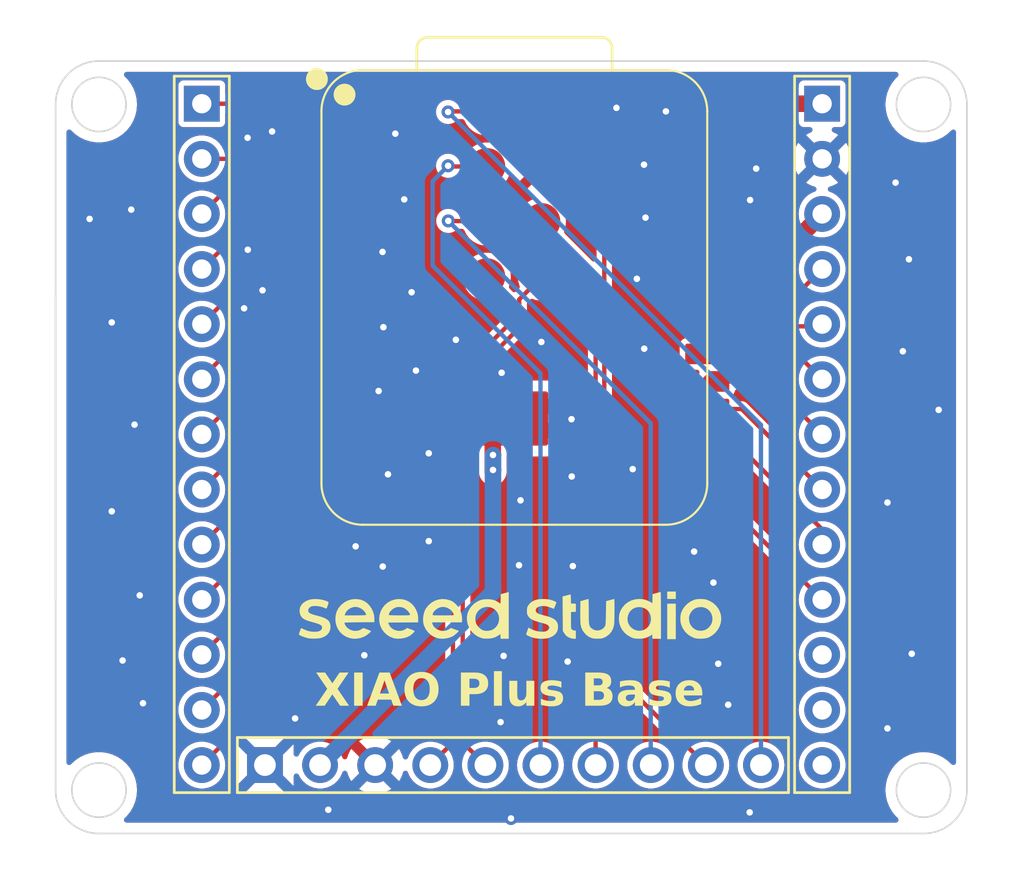
<source format=kicad_pcb>
(kicad_pcb (version 20240108) (generator "pcbnew") (generator_version "8.0")
  (layers (0 "F.Cu" signal) (31 "B.Cu" signal) (34 "B.Paste" user) (35 "F.Paste" user) (36 "B.SilkS" user "B.Silkscreen") (37 "F.SilkS" user "F.Silkscreen") (38 "B.Mask" user) (39 "F.Mask" user) (44 "Edge.Cuts" user))
  (net 0 "")
  (net 1 "/D3{slash}A3")
  (net 2 "/D5{slash}A5{slash}I2C_SCL")
  (net 3 "/MTDI{slash}IO41{slash}PDM_DATA{slash}RX1")
  (net 4 "/D6{slash}TX")
  (net 5 "/D0{slash}A0")
  (net 6 "/MTCK{slash}IO39{slash}CAM_SCL{slash}I2S_SCK")
  (net 7 "/IO38{slash}DVP_VSYNC{slash}I2S_SD")
  (net 8 "/D2{slash}A2")
  (net 9 "/D1{slash}A1")
  (net 10 "/MTDO{slash}IO40{slash}CAM_SDA{slash}I2S_WS")
  (net 11 "/D4{slash}A4{slash}I2C_SDA")
  (net 12 "GND_POWER")
  (net 13 "/D+")
  (net 14 "/EN")
  (net 15 "/MTMS")
  (net 16 "/MTDI")
  (net 17 "/MTCK")
  (net 18 "/MTDO")
  (net 19 "/BAT")
  (net 20 "/D-")
  (net 21 "/D8{slash}A8{slash}SCK")
  (net 22 "/D10{slash}A10{slash}MOSI")
  (net 23 "/D7{slash}RX")
  (net 24 "/MTMS{slash}IO42{slash}PDM_CLK{slash}TX1")
  (net 25 "/IO10{slash}XMCLK{slash}ADC_BAT")
  (net 26 "/VBUS")
  (net 27 "/IO13{slash}DVP_PCLK{slash}SPI_SCK1")
  (net 28 "/IO12{slash}DVP_Y7{slash}SPI_MISO1")
  (net 29 "/D9{slash}A9{slash}MISO")
  (net 30 "/VCC_3V3")
  (net 31 "/IO11{slash}DVP_Y8{slash}SPI_MOSI1")
  (footprint "Connector:H10-2.54" (layer "F.Cu") (at 137.525 134.275 90)
    (property "Reference" "J3")
    (property "Value" "Header 1x10 2.54mm")
    (pad "1" thru_hole rect (at 0 -11.43 90) (size 1.651 1.651) (drill 1) (layers "*.Cu" "*.Mask") (net 12 "GND_POWER"))
    (pad "2" thru_hole circle (at 0 -8.89 90) (size 1.651 1.651) (drill 1) (layers "*.Cu" "*.Mask") (net 19 "/BAT"))
    (pad "3" thru_hole circle (at 0 -6.35 90) (size 1.651 1.651) (drill 1) (layers "*.Cu" "*.Mask") (net 12 "GND_POWER"))
    (pad "4" thru_hole circle (at 0 -3.81 90) (size 1.651 1.651) (drill 1) (layers "*.Cu" "*.Mask") (net 20 "/D-"))
    (pad "5" thru_hole circle (at 0 -1.27 90) (size 1.651 1.651) (drill 1) (layers "*.Cu" "*.Mask") (net 13 "/D+"))
    (pad "6" thru_hole circle (at 0 1.27 90) (size 1.651 1.651) (drill 1) (layers "*.Cu" "*.Mask") (net 14 "/EN"))
    (pad "7" thru_hole circle (at 0 3.81 90) (size 1.651 1.651) (drill 1) (layers "*.Cu" "*.Mask") (net 17 "/MTCK"))
    (pad "8" thru_hole circle (at 0 6.35 90) (size 1.651 1.651) (drill 1) (layers "*.Cu" "*.Mask") (net 15 "/MTMS"))
    (pad "9" thru_hole circle (at 0 8.89 90) (size 1.651 1.651) (drill 1) (layers "*.Cu" "*.Mask") (net 18 "/MTDO"))
    (pad "10" thru_hole circle (at 0 11.43 90) (size 1.651 1.651) (drill 1) (layers "*.Cu" "*.Mask") (net 16 "/MTDI"))
  )
  (footprint "Logo:LOGO-SEEED-NEW-2_1X19.1MM" (layer "F.Cu") (at 137.331681 127.428966)
    (property "Reference" "G***" (hide yes))
    (property "Value" "LOGO" (hide yes))
  )
  (footprint "Seeed_Studio_XIAO_Series:XIAO-ESP32-S3-Plus-SMD" (layer "F.Cu") (at 137.59 112.785 90)
    (property "Reference" "U1")
    (property "Value" "XIAO-ESP32-S3-Plus-SMD")
    (pad "1" smd roundrect (at 7.62 -8.89 180) (size 2.032 0.95) (layers "F.Cu" "F.Paste" "F.Mask") (roundrect_rratio 0.1) (net 5 "/D0{slash}A0"))
    (pad "2" smd roundrect (at 5.08 -8.89 180) (size 2.032 0.95) (layers "F.Cu" "F.Paste" "F.Mask") (roundrect_rratio 0.1) (net 9 "/D1{slash}A1"))
    (pad "3" smd roundrect (at 2.54 -8.89 180) (size 2.032 0.95) (layers "F.Cu" "F.Paste" "F.Mask") (roundrect_rratio 0.1) (net 8 "/D2{slash}A2"))
    (pad "4" smd roundrect (at 0 -8.89 180) (size 2.032 0.95) (layers "F.Cu" "F.Paste" "F.Mask") (roundrect_rratio 0.1) (net 1 "/D3{slash}A3"))
    (pad "5" smd roundrect (at -2.54 -8.89 180) (size 2.032 0.95) (layers "F.Cu" "F.Paste" "F.Mask") (roundrect_rratio 0.1) (net 11 "/D4{slash}A4{slash}I2C_SDA"))
    (pad "6" smd roundrect (at -5.08 -8.89 180) (size 2.032 0.95) (layers "F.Cu" "F.Paste" "F.Mask") (roundrect_rratio 0.1) (net 2 "/D5{slash}A5{slash}I2C_SCL"))
    (pad "7" smd roundrect (at -7.62 -8.89 180) (size 2.032 0.95) (layers "F.Cu" "F.Paste" "F.Mask") (roundrect_rratio 0.1) (net 4 "/D6{slash}TX"))
    (pad "8" smd roundrect (at -7.62 8.89) (size 2.032 0.95) (layers "F.Cu" "F.Paste" "F.Mask") (roundrect_rratio 0.1) (net 23 "/D7{slash}RX"))
    (pad "9" smd roundrect (at -5.08 8.89) (size 2.032 0.95) (layers "F.Cu" "F.Paste" "F.Mask") (roundrect_rratio 0.1) (net 21 "/D8{slash}A8{slash}SCK"))
    (pad "10" smd roundrect (at -2.54 8.89) (size 2.032 0.95) (layers "F.Cu" "F.Paste" "F.Mask") (roundrect_rratio 0.1) (net 29 "/D9{slash}A9{slash}MISO"))
    (pad "11" smd roundrect (at 0 8.89) (size 2.032 0.95) (layers "F.Cu" "F.Paste" "F.Mask") (roundrect_rratio 0.1) (net 22 "/D10{slash}A10{slash}MOSI"))
    (pad "12" smd roundrect (at 2.54 8.89) (size 2.032 0.95) (layers "F.Cu" "F.Paste" "F.Mask") (roundrect_rratio 0.1) (net 30 "/VCC_3V3"))
    (pad "13" smd roundrect (at 5.08 8.89) (size 2.032 0.95) (layers "F.Cu" "F.Paste" "F.Mask") (roundrect_rratio 0.1) (net 12 "GND_POWER"))
    (pad "14" smd roundrect (at 7.62 8.89) (size 2.032 0.95) (layers "F.Cu" "F.Paste" "F.Mask") (roundrect_rratio 0.1) (net 26 "/VBUS"))
    (pad "15" smd roundrect (at 6.35 -9.29 180) (size 1.232 0.95) (layers "F.Cu" "F.Paste" "F.Mask") (roundrect_rratio 0.1) (chamfer_ratio 0.35) (chamfer top_left bottom_left) (net 7 "/IO38{slash}DVP_VSYNC{slash}I2S_SD"))
    (pad "16" smd roundrect (at 3.81 -9.29 180) (size 1.232 0.95) (layers "F.Cu" "F.Paste" "F.Mask") (roundrect_rratio 0.1) (chamfer_ratio 0.35) (chamfer top_left bottom_left) (net 6 "/MTCK{slash}IO39{slash}CAM_SCL{slash}I2S_SCK"))
    (pad "17" smd roundrect (at 1.27 -9.29 180) (size 1.232 0.95) (layers "F.Cu" "F.Paste" "F.Mask") (roundrect_rratio 0.1) (chamfer_ratio 0.35) (chamfer top_left bottom_left) (net 10 "/MTDO{slash}IO40{slash}CAM_SDA{slash}I2S_WS"))
    (pad "18" smd roundrect (at -1.27 -9.29 180) (size 1.232 0.95) (layers "F.Cu" "F.Paste" "F.Mask") (roundrect_rratio 0.1) (chamfer_ratio 0.35) (chamfer top_left bottom_left) (net 3 "/MTDI{slash}IO41{slash}PDM_DATA{slash}RX1"))
    (pad "19" smd roundrect (at -3.81 -9.29 180) (size 1.232 0.95) (layers "F.Cu" "F.Paste" "F.Mask") (roundrect_rratio 0.1) (chamfer_ratio 0.35) (chamfer top_left bottom_left) (net 24 "/MTMS{slash}IO42{slash}PDM_CLK{slash}TX1"))
    (pad "20" smd roundrect (at -6.35 -9.29 180) (size 1.232 0.95) (layers "F.Cu" "F.Paste" "F.Mask") (roundrect_rratio 0.1) (chamfer_ratio 0.35) (chamfer top_left bottom_left) (net 25 "/IO10{slash}XMCLK{slash}ADC_BAT"))
    (pad "21" smd roundrect (at -6.35 9.29) (size 1.232 0.95) (layers "F.Cu" "F.Paste" "F.Mask") (roundrect_rratio 0.1) (chamfer_ratio 0.35) (chamfer top_left bottom_left) (net 31 "/IO11{slash}DVP_Y8{slash}SPI_MOSI1"))
    (pad "22" smd roundrect (at -3.81 9.29) (size 1.232 0.95) (layers "F.Cu" "F.Paste" "F.Mask") (roundrect_rratio 0.1) (chamfer_ratio 0.35) (chamfer top_left bottom_left) (net 28 "/IO12{slash}DVP_Y7{slash}SPI_MISO1"))
    (pad "23" smd roundrect (at -1.27 9.29) (size 1.232 0.95) (layers "F.Cu" "F.Paste" "F.Mask") (roundrect_rratio 0.1) (chamfer_ratio 0.35) (chamfer top_left bottom_left) (net 27 "/IO13{slash}DVP_PCLK{slash}SPI_SCK1"))
    (pad "24" smd circle (at 8.636 -1.27) (size 1.7 1.7) (layers "F.Cu" "F.Paste" "F.Mask") (net 16 "/MTDI"))
    (pad "25" smd circle (at 8.636 1.27) (size 1.7 1.7) (layers "F.Cu" "F.Paste" "F.Mask") (net 18 "/MTDO"))
    (pad "26" smd circle (at 6.096 -1.27) (size 1.7 1.7) (layers "F.Cu" "F.Paste" "F.Mask") (net 14 "/EN"))
    (pad "27" smd circle (at 6.096 1.27) (size 1.7 1.7) (layers "F.Cu" "F.Paste" "F.Mask") (net 12 "GND_POWER"))
    (pad "28" smd circle (at 3.556 -1.27) (size 1.7 1.7) (layers "F.Cu" "F.Paste" "F.Mask") (net 15 "/MTMS"))
    (pad "29" smd circle (at 3.556 1.27) (size 1.7 1.7) (layers "F.Cu" "F.Paste" "F.Mask") (net 17 "/MTCK"))
    (pad "30" smd circle (at 1.016 -1.27) (size 1.7 1.7) (layers "F.Cu" "F.Paste" "F.Mask") (net 20 "/D-"))
    (pad "31" smd circle (at 1.016 1.27) (size 1.7 1.7) (layers "F.Cu" "F.Paste" "F.Mask") (net 13 "/D+"))
    (pad "32" smd roundrect (at -5.517823 -0.993988 270) (size 2.5 1.1) (layers "F.Cu" "F.Paste" "F.Mask") (roundrect_rratio 0.1) (net 19 "/BAT"))
    (pad "33" smd roundrect (at -5.517823 1.006012 270) (size 2.5 1.1) (layers "F.Cu" "F.Paste" "F.Mask") (roundrect_rratio 0.1) (net 12 "GND_POWER"))
  )
  (footprint "Connector:H11-2.54-35" (layer "F.Cu") (at 123.185 116.495)
    (property "Reference" "J1")
    (property "Value" "Header 1x13 2.54mm")
    (pad "1" thru_hole rect (at 0 -12.7) (size 1.651 1.651) (drill 0.889) (layers "*.Cu" "*.Mask") (net 5 "/D0{slash}A0"))
    (pad "2" thru_hole circle (at 0 -10.16) (size 1.651 1.651) (drill 0.889) (layers "*.Cu" "*.Mask") (net 7 "/IO38{slash}DVP_VSYNC{slash}I2S_SD"))
    (pad "3" thru_hole circle (at 0 -7.62) (size 1.651 1.651) (drill 0.889) (layers "*.Cu" "*.Mask") (net 9 "/D1{slash}A1"))
    (pad "4" thru_hole circle (at 0 -5.08) (size 1.651 1.651) (drill 0.889) (layers "*.Cu" "*.Mask") (net 6 "/MTCK{slash}IO39{slash}CAM_SCL{slash}I2S_SCK"))
    (pad "5" thru_hole circle (at 0 -2.54) (size 1.651 1.651) (drill 0.889) (layers "*.Cu" "*.Mask") (net 8 "/D2{slash}A2"))
    (pad "6" thru_hole circle (at 0 0) (size 1.651 1.651) (drill 0.889) (layers "*.Cu" "*.Mask") (net 10 "/MTDO{slash}IO40{slash}CAM_SDA{slash}I2S_WS"))
    (pad "7" thru_hole circle (at 0 2.54) (size 1.651 1.651) (drill 0.889) (layers "*.Cu" "*.Mask") (net 1 "/D3{slash}A3"))
    (pad "8" thru_hole circle (at 0 5.08) (size 1.651 1.651) (drill 0.889) (layers "*.Cu" "*.Mask") (net 3 "/MTDI{slash}IO41{slash}PDM_DATA{slash}RX1"))
    (pad "9" thru_hole circle (at 0 7.62) (size 1.651 1.651) (drill 0.889) (layers "*.Cu" "*.Mask") (net 11 "/D4{slash}A4{slash}I2C_SDA"))
    (pad "10" thru_hole circle (at 0 10.16) (size 1.651 1.651) (drill 0.889) (layers "*.Cu" "*.Mask") (net 24 "/MTMS{slash}IO42{slash}PDM_CLK{slash}TX1"))
    (pad "11" thru_hole circle (at 0 12.7) (size 1.651 1.651) (drill 0.889) (layers "*.Cu" "*.Mask") (net 2 "/D5{slash}A5{slash}I2C_SCL"))
    (pad "12" thru_hole circle (at 0 15.24) (size 1.651 1.651) (drill 0.889) (layers "*.Cu" "*.Mask") (net 25 "/IO10{slash}XMCLK{slash}ADC_BAT"))
    (pad "13" thru_hole circle (at 0 17.78) (size 1.651 1.651) (drill 0.889) (layers "*.Cu" "*.Mask") (net 4 "/D6{slash}TX"))
  )
  (footprint "Connector:H11-2.54-35" (layer "F.Cu") (at 151.775 116.495)
    (property "Reference" "J2")
    (property "Value" "Header 1x13 2.54mm")
    (pad "1" thru_hole rect (at 0 -12.7) (size 1.651 1.651) (drill 0.889) (layers "*.Cu" "*.Mask") (net 26 "/VBUS"))
    (pad "2" thru_hole circle (at 0 -10.16) (size 1.651 1.651) (drill 0.889) (layers "*.Cu" "*.Mask") (net 12 "GND_POWER"))
    (pad "3" thru_hole circle (at 0 -7.62) (size 1.651 1.651) (drill 0.889) (layers "*.Cu" "*.Mask") (net 30 "/VCC_3V3"))
    (pad "4" thru_hole circle (at 0 -5.08) (size 1.651 1.651) (drill 0.889) (layers "*.Cu" "*.Mask") (net 22 "/D10{slash}A10{slash}MOSI"))
    (pad "5" thru_hole circle (at 0 -2.54) (size 1.651 1.651) (drill 0.889) (layers "*.Cu" "*.Mask") (net 27 "/IO13{slash}DVP_PCLK{slash}SPI_SCK1"))
    (pad "6" thru_hole circle (at 0 0) (size 1.651 1.651) (drill 0.889) (layers "*.Cu" "*.Mask") (net 29 "/D9{slash}A9{slash}MISO"))
    (pad "7" thru_hole circle (at 0 2.54) (size 1.651 1.651) (drill 0.889) (layers "*.Cu" "*.Mask") (net 28 "/IO12{slash}DVP_Y7{slash}SPI_MISO1"))
    (pad "8" thru_hole circle (at 0 5.08) (size 1.651 1.651) (drill 0.889) (layers "*.Cu" "*.Mask") (net 21 "/D8{slash}A8{slash}SCK"))
    (pad "9" thru_hole circle (at 0 7.62) (size 1.651 1.651) (drill 0.889) (layers "*.Cu" "*.Mask") (net 31 "/IO11{slash}DVP_Y8{slash}SPI_MOSI1"))
    (pad "10" thru_hole circle (at 0 10.16) (size 1.651 1.651) (drill 0.889) (layers "*.Cu" "*.Mask") (net 23 "/D7{slash}RX"))
    (pad "11" thru_hole circle (at 0 12.7) (size 1.651 1.651) (drill 0.889) (layers "*.Cu" "*.Mask"))
    (pad "12" thru_hole circle (at 0 15.24) (size 1.651 1.651) (drill 0.889) (layers "*.Cu" "*.Mask"))
    (pad "13" thru_hole circle (at 0 17.78) (size 1.651 1.651) (drill 0.889) (layers "*.Cu" "*.Mask"))
  )
  (gr_line (start 118.446514 137.428705) (end 156.446514 137.428705) (stroke (width 0.0762)) (layer "Edge.Cuts"))
  (gr_arc (start 156.446514 101.828705) (mid 157.860717 102.414497) (end 158.446482 103.828705) (stroke (width 0.0762)) (layer "Edge.Cuts"))
  (gr_line (start 116.446482 126.613705) (end 116.446482 112.643741) (stroke (width 0.0762)) (layer "Edge.Cuts"))
  (gr_circle (center 118.446482 103.828705) (end 118.446482 102.578705) (stroke (width 0.0762)) (fill none) (layer "Edge.Cuts"))
  (gr_arc (start 118.446514 137.428705) (mid 117.036267 136.846872) (end 116.446482 135.439954) (stroke (width 0.0762)) (layer "Edge.Cuts"))
  (gr_line (start 158.446482 135.428741) (end 158.446482 103.828705) (stroke (width 0.0762)) (layer "Edge.Cuts"))
  (gr_line (start 156.446514 101.828705) (end 118.446514 101.828705) (stroke (width 0.0762)) (layer "Edge.Cuts"))
  (gr_circle (center 118.446482 135.428705) (end 118.446482 134.178705) (stroke (width 0.0762)) (fill none) (layer "Edge.Cuts"))
  (gr_circle (center 156.446482 135.428705) (end 156.446482 134.178705) (stroke (width 0.0762)) (fill none) (layer "Edge.Cuts"))
  (gr_line (start 116.446482 103.828741) (end 116.446482 135.439954) (stroke (width 0.0762)) (layer "Edge.Cuts"))
  (gr_arc (start 158.446482 135.428741) (mid 157.860691 136.84291) (end 156.446514 137.428705) (stroke (width 0.0762)) (layer "Edge.Cuts"))
  (gr_line (start 116.446482 126.613705) (end 116.446482 126.613661) (stroke (width 0.0762)) (layer "Edge.Cuts"))
  (gr_circle (center 156.446482 103.828705) (end 156.446482 102.578705) (stroke (width 0.0762)) (fill none) (layer "Edge.Cuts"))
  (gr_arc (start 116.446482 103.828741) (mid 117.032264 102.414483) (end 118.446514 101.828705) (stroke (width 0.0762)) (layer "Edge.Cuts"))
  (gr_text "XIAO Plus Base" (at 128.395 131.795 0) (layer "F.SilkS") (effects (font (size 1.5 1.5) (thickness 0.3) (bold yes)) (justify left bottom)))
  (segment (start 127.684 112.785) (end 125.055 115.414) (width 0.2) (layer "F.Cu") (net 1))
  (segment (start 125.055 117.165) (end 123.185 119.035) (width 0.2) (layer "F.Cu") (net 1))
  (segment (start 128.7 112.785) (end 127.684 112.785) (width 0.2) (layer "F.Cu") (net 1))
  (segment (start 125.055 115.414) (end 125.055 117.165) (width 0.2) (layer "F.Cu") (net 1))
  (segment (start 127.684 117.865) (end 128.7 117.865) (width 0.2) (layer "F.Cu") (net 2))
  (segment (start 126.945 125.435) (end 126.945 118.604) (width 0.2) (layer "F.Cu") (net 2))
  (segment (start 126.945 118.604) (end 127.684 117.865) (width 0.2) (layer "F.Cu") (net 2))
  (segment (start 123.185 129.195) (end 126.945 125.435) (width 0.2) (layer "F.Cu") (net 2))
  (segment (start 125.535 119.225) (end 125.535 116.627754) (width 0.2) (layer "F.Cu") (net 3))
  (segment (start 128.107754 114.055) (end 128.3 114.055) (width 0.2) (layer "F.Cu") (net 3))
  (segment (start 123.185 121.575) (end 125.535 119.225) (width 0.2) (layer "F.Cu") (net 3))
  (segment (start 125.535 116.627754) (end 128.107754 114.055) (width 0.2) (layer "F.Cu") (net 3))
  (segment (start 128.7 120.405) (end 128.695 120.41) (width 0.2) (layer "F.Cu") (net 4))
  (segment (start 128.695 120.41) (end 128.695 128.765) (width 0.2) (layer "F.Cu") (net 4))
  (segment (start 128.695 128.765) (end 123.185 134.275) (width 0.2) (layer "F.Cu") (net 4))
  (segment (start 128.7 105.165) (end 127.33 103.795) (width 0.2) (layer "F.Cu") (net 5))
  (segment (start 123.185 103.795) (end 126.515 103.795) (width 0.2) (layer "F.Cu") (net 5))
  (segment (start 127.33 103.795) (end 126.515 103.795) (width 0.2) (layer "F.Cu") (net 5))
  (segment (start 125.625 108.975) (end 128.3 108.975) (width 0.2) (layer "F.Cu") (net 6))
  (segment (start 123.185 111.415) (end 125.625 108.975) (width 0.2) (layer "F.Cu") (net 6))
  (segment (start 128.2 106.335) (end 128.3 106.435) (width 0.2) (layer "F.Cu") (net 7))
  (segment (start 123.185 106.335) (end 128.2 106.335) (width 0.2) (layer "F.Cu") (net 7))
  (segment (start 126.895 110.245) (end 128.7 110.245) (width 0.2) (layer "F.Cu") (net 8))
  (segment (start 123.185 113.955) (end 126.895 110.245) (width 0.2) (layer "F.Cu") (net 8))
  (segment (start 123.185 108.875) (end 124.355 107.705) (width 0.2) (layer "F.Cu") (net 9))
  (segment (start 124.355 107.705) (end 128.7 107.705) (width 0.2) (layer "F.Cu") (net 9))
  (segment (start 128.107754 111.515) (end 128.3 111.515) (width 0.2) (layer "F.Cu") (net 10))
  (segment (start 123.185 116.495) (end 123.185 116.437754) (width 0.2) (layer "F.Cu") (net 10))
  (segment (start 123.185 116.437754) (end 128.107754 111.515) (width 0.2) (layer "F.Cu") (net 10))
  (segment (start 123.185 124.115) (end 125.935 121.365) (width 0.2) (layer "F.Cu") (net 11))
  (segment (start 125.935 121.365) (end 125.935 117.500386) (width 0.2) (layer "F.Cu") (net 11))
  (segment (start 125.935 117.500386) (end 128.110386 115.325) (width 0.2) (layer "F.Cu") (net 11))
  (segment (start 128.110386 115.325) (end 128.7 115.325) (width 0.2) (layer "F.Cu") (net 11))
  (via (at 119.035 113.875) (size 0.6) (drill 0.3) (layers "F.Cu" "B.Cu") (net 12))
  (via (at 148.455 108.235) (size 0.6) (drill 0.3) (layers "F.Cu" "B.Cu") (net 12))
  (via (at 131.555 114.095) (size 0.6) (drill 0.3) (layers "F.Cu" "B.Cu") (net 12))
  (via (at 131.525 125.125) (size 0.6) (drill 0.3) (layers "F.Cu" "B.Cu") (net 12))
  (via (at 126.425 105.075) (size 0.6) (drill 0.3) (layers "F.Cu" "B.Cu") (net 12))
  (via (at 155.905 129.145) (size 0.6) (drill 0.3) (layers "F.Cu" "B.Cu") (net 12))
  (via (at 137.805 125.065) (size 0.6) (drill 0.3) (layers "F.Cu" "B.Cu") (net 12))
  (via (at 118.015 109.105) (size 0.6) (drill 0.3) (layers "F.Cu" "B.Cu") (net 12))
  (via (at 142.295 103.985) (size 0.6) (drill 0.3) (layers "F.Cu" "B.Cu") (net 12))
  (via (at 155.775 110.965) (size 0.6) (drill 0.3) (layers "F.Cu" "B.Cu") (net 12))
  (via (at 154.785 122.175) (size 0.6) (drill 0.3) (layers "F.Cu" "B.Cu") (net 12))
  (via (at 146.765 125.865) (size 0.6) (drill 0.3) (layers "F.Cu" "B.Cu") (net 12))
  (via (at 154.785 132.585) (size 0.6) (drill 0.3) (layers "F.Cu" "B.Cu") (net 12))
  (via (at 140.045 129.505) (size 0.6) (drill 0.3) (layers "F.Cu" "B.Cu") (net 12))
  (via (at 132.515 108.205) (size 0.6) (drill 0.3) (layers "F.Cu" "B.Cu") (net 12))
  (via (at 127.485 132.125) (size 0.6) (drill 0.3) (layers "F.Cu" "B.Cu") (net 12))
  (via (at 155.158797 107.431848) (size 0.6) (drill 0.3) (layers "F.Cu" "B.Cu") (net 12))
  (via (at 120.325 126.455) (size 0.6) (drill 0.3) (layers "F.Cu" "B.Cu") (net 12))
  (via (at 120.085 118.585) (size 0.6) (drill 0.3) (layers "F.Cu" "B.Cu") (net 12))
  (via (at 143.635 109.045) (size 0.6) (drill 0.3) (layers "F.Cu" "B.Cu") (net 12))
  (via (at 125.305 110.525) (size 0.6) (drill 0.3) (layers "F.Cu" "B.Cu") (net 12))
  (via (at 148.435 136.455) (size 0.6) (drill 0.3) (layers "F.Cu" "B.Cu") (net 12))
  (via (at 137.005 116.195) (size 0.6) (drill 0.3) (layers "F.Cu" "B.Cu") (net 12))
  (via (at 133.645 123.955) (size 0.6) (drill 0.3) (layers "F.Cu" "B.Cu") (net 12))
  (via (at 137.095 129.245) (size 0.6) (drill 0.3) (layers "F.Cu" "B.Cu") (net 12))
  (via (at 143.564951 106.604472) (size 0.6) (drill 0.3) (layers "F.Cu" "B.Cu") (net 12))
  (via (at 131.765 120.875) (size 0.6) (drill 0.3) (layers "F.Cu" "B.Cu") (net 12))
  (via (at 134.895 114.675) (size 0.6) (drill 0.3) (layers "F.Cu" "B.Cu") (net 12))
  (via (at 138.835 114.775) (size 0.6) (drill 0.3) (layers "F.Cu" "B.Cu") (net 12))
  (via (at 144.57495 104.14905) (size 0.6) (drill 0.3) (layers "F.Cu" "B.Cu") (net 12))
  (via (at 143.235 111.865) (size 0.6) (drill 0.3) (layers "F.Cu" "B.Cu") (net 12))
  (via (at 131.515 110.625) (size 0.6) (drill 0.3) (layers "F.Cu" "B.Cu") (net 12))
  (via (at 132.105 105.175) (size 0.6) (drill 0.3) (layers "F.Cu" "B.Cu") (net 12))
  (via (at 136.955 132.295) (size 0.6) (drill 0.3) (layers "F.Cu" "B.Cu") (net 12))
  (via (at 146.985 129.605) (size 0.6) (drill 0.3) (layers "F.Cu" "B.Cu") (net 12))
  (via (at 145.875 124.435) (size 0.6) (drill 0.3) (layers "F.Cu" "B.Cu") (net 12))
  (via (at 133.645 119.905) (size 0.6) (drill 0.3) (layers "F.Cu" "B.Cu") (net 12))
  (via (at 157.145 117.905) (size 0.6) (drill 0.3) (layers "F.Cu" "B.Cu") (net 12))
  (via (at 137.875 122.075) (size 0.6) (drill 0.3) (layers "F.Cu" "B.Cu") (net 12))
  (via (at 130.675 129.215) (size 0.6) (drill 0.3) (layers "F.Cu" "B.Cu") (net 12))
  (via (at 147.445 131.495) (size 0.6) (drill 0.3) (layers "F.Cu" "B.Cu") (net 12))
  (via (at 143.045 120.635) (size 0.6) (drill 0.3) (layers "F.Cu" "B.Cu") (net 12))
  (via (at 140.285 125.105) (size 0.6) (drill 0.3) (layers "F.Cu" "B.Cu") (net 12))
  (via (at 140.235 120.975) (size 0.6) (drill 0.3) (layers "F.Cu" "B.Cu") (net 12))
  (via (at 130.275 124.195) (size 0.6) (drill 0.3) (layers "F.Cu" "B.Cu") (net 12))
  (via (at 125.295 105.365) (size 0.6) (drill 0.3) (layers "F.Cu" "B.Cu") (net 12))
  (via (at 119.035275 122.581421) (size 0.6) (drill 0.3) (layers "F.Cu" "B.Cu") (net 12))
  (via (at 155.495 115.205) (size 0.6) (drill 0.3) (layers "F.Cu" "B.Cu") (net 12))
  (via (at 140.225 118.335) (size 0.6) (drill 0.3) (layers "F.Cu" "B.Cu") (net 12))
  (via (at 132.855 112.485) (size 0.6) (drill 0.3) (layers "F.Cu" "B.Cu") (net 12))
  (via (at 125.135 113.225) (size 0.6) (drill 0.3) (layers "F.Cu" "B.Cu") (net 12))
  (via (at 137.435 136.735) (size 0.6) (drill 0.3) (layers "F.Cu" "B.Cu") (net 12))
  (via (at 125.985 112.395) (size 0.6) (drill 0.3) (layers "F.Cu" "B.Cu") (net 12))
  (via (at 131.335 117.035) (size 0.6) (drill 0.3) (layers "F.Cu" "B.Cu") (net 12))
  (via (at 120.475 131.425) (size 0.6) (drill 0.3) (layers "F.Cu" "B.Cu") (net 12))
  (via (at 129.015 136.335) (size 0.6) (drill 0.3) (layers "F.Cu" "B.Cu") (net 12))
  (via (at 148.735 106.785) (size 0.6) (drill 0.3) (layers "F.Cu" "B.Cu") (net 12))
  (via (at 133.055 116.095) (size 0.6) (drill 0.3) (layers "F.Cu" "B.Cu") (net 12))
  (via (at 119.935 108.675) (size 0.6) (drill 0.3) (layers "F.Cu" "B.Cu") (net 12))
  (via (at 119.535 129.455) (size 0.6) (drill 0.3) (layers "F.Cu" "B.Cu") (net 12))
  (via (at 143.575 115.085) (size 0.6) (drill 0.3) (layers "F.Cu" "B.Cu") (net 12))
  (segment (start 135.210001 133.230001) (end 136.255 134.275) (width 0.2) (layer "F.Cu") (net 13))
  (segment (start 138.86 111.769) (end 137.815001 112.813999) (width 0.2) (layer "F.Cu") (net 13))
  (segment (start 137.815001 114.123199) (end 135.210001 116.728199) (width 0.2) (layer "F.Cu") (net 13))
  (segment (start 137.815001 112.813999) (end 137.815001 114.123199) (width 0.2) (layer "F.Cu") (net 13))
  (segment (start 135.210001 116.728199) (end 135.210001 133.230001) (width 0.2) (layer "F.Cu") (net 13))
  (segment (start 134.535 106.625) (end 134.595 106.685) (width 0.2) (layer "F.Cu") (net 14))
  (segment (start 134.565 106.655) (end 134.535 106.655) (width 0.2) (layer "F.Cu") (net 14))
  (segment (start 134.599 106.689) (end 134.565 106.655) (width 0.2) (layer "F.Cu") (net 14))
  (segment (start 134.535 106.655) (end 134.535 106.625) (width 0.2) (layer "F.Cu") (net 14))
  (segment (start 136.32 106.689) (end 134.599 106.689) (width 0.2) (layer "F.Cu") (net 14))
  (via (at 134.535 106.655) (size 0.6) (drill 0.3) (layers "F.Cu" "B.Cu") (net 14))
  (segment (start 138.795 116.225) (end 138.795 134.275) (width 0.2) (layer "B.Cu") (net 14))
  (segment (start 133.825 111.255) (end 138.795 116.225) (width 0.2) (layer "B.Cu") (net 14))
  (segment (start 133.825 107.365) (end 133.825 111.255) (width 0.2) (layer "B.Cu") (net 14))
  (segment (start 134.535 106.655) (end 133.825 107.365) (width 0.2) (layer "B.Cu") (net 14))
  (segment (start 134.545 109.195) (end 134.519 109.229) (width 0.2) (layer "F.Cu") (net 15))
  (segment (start 134.519 109.229) (end 134.515 109.225) (width 0.2) (layer "F.Cu") (net 15))
  (segment (start 136.32 109.229) (end 134.545 109.195) (width 0.2) (layer "F.Cu") (net 15))
  (via (at 134.545 109.195) (size 0.6) (drill 0.3) (layers "F.Cu" "B.Cu") (net 15))
  (segment (start 134.545 109.195) (end 143.875 118.525) (width 0.2) (layer "B.Cu") (net 15))
  (segment (start 143.875 118.525) (end 143.875 134.275) (width 0.2) (layer "B.Cu") (net 15))
  (segment (start 134.561 104.149) (end 134.535 104.175) (width 0.2) (layer "F.Cu") (net 16))
  (segment (start 134.509 104.149) (end 134.489 104.149) (width 0.2) (layer "F.Cu") (net 16))
  (segment (start 134.489 104.149) (end 134.485 104.145) (width 0.2) (layer "F.Cu") (net 16))
  (segment (start 136.32 104.149) (end 134.561 104.149) (width 0.2) (layer "F.Cu") (net 16))
  (segment (start 134.535 104.175) (end 134.509 104.149) (width 0.2) (layer "F.Cu") (net 16))
  (via (at 134.535 104.175) (size 0.6) (drill 0.3) (layers "F.Cu" "B.Cu") (net 16))
  (segment (start 148.955 118.595) (end 148.955 134.275) (width 0.2) (layer "B.Cu") (net 16))
  (segment (start 134.535 104.175) (end 148.955 118.595) (width 0.2) (layer "B.Cu") (net 16))
  (segment (start 141.335 134.275) (end 141.335 111.704) (width 0.2) (layer "F.Cu") (net 17))
  (segment (start 141.335 111.704) (end 138.86 109.229) (width 0.2) (layer "F.Cu") (net 17))
  (segment (start 141.735 107.024) (end 138.86 104.149) (width 0.2) (layer "F.Cu") (net 18))
  (segment (start 146.415 134.275) (end 141.735 129.595) (width 0.2) (layer "F.Cu") (net 18))
  (segment (start 141.735 129.595) (end 141.735 107.024) (width 0.2) (layer "F.Cu") (net 18))
  (segment (start 136.596012 120.683988) (end 136.596012 120.743988) (width 0.762) (layer "F.Cu") (net 19))
  (segment (start 136.596012 120.743988) (end 136.595 120.745) (width 0.762) (layer "F.Cu") (net 19))
  (segment (start 136.605 120.675) (end 136.596012 120.683988) (width 0.762) (layer "F.Cu") (net 19))
  (segment (start 136.596012 119.976012) (end 136.605 119.985) (width 0.762) (layer "F.Cu") (net 19))
  (segment (start 136.596012 119.993988) (end 136.596012 120.666012) (width 0.762) (layer "F.Cu") (net 19))
  (segment (start 136.605 119.985) (end 136.596012 119.993988) (width 0.762) (layer "F.Cu") (net 19))
  (segment (start 136.596012 120.666012) (end 136.605 120.675) (width 0.762) (layer "F.Cu") (net 19))
  (segment (start 136.596012 118.302823) (end 136.596012 119.976012) (width 0.762) (layer "F.Cu") (net 19))
  (via (at 136.605 120.675) (size 0.6) (drill 0.3) (layers "F.Cu" "B.Cu") (net 19))
  (via (at 136.605 119.985) (size 0.6) (drill 0.3) (layers "F.Cu" "B.Cu") (net 19))
  (segment (start 136.605 126.305) (end 128.635 134.275) (width 0.762) (layer "B.Cu") (net 19))
  (segment (start 136.605 119.985) (end 136.605 126.305) (width 0.762) (layer "B.Cu") (net 19))
  (segment (start 137.364999 113.936801) (end 134.759999 116.541801) (width 0.2) (layer "F.Cu") (net 20))
  (segment (start 134.759999 133.230001) (end 133.715 134.275) (width 0.2) (layer "F.Cu") (net 20))
  (segment (start 137.364999 112.813999) (end 137.364999 113.936801) (width 0.2) (layer "F.Cu") (net 20))
  (segment (start 136.32 111.769) (end 137.364999 112.813999) (width 0.2) (layer "F.Cu") (net 20))
  (segment (start 134.759999 116.541801) (end 134.759999 133.230001) (width 0.2) (layer "F.Cu") (net 20))
  (segment (start 148.065 117.865) (end 146.48 117.865) (width 0.2) (layer "F.Cu") (net 21))
  (segment (start 151.775 121.575) (end 148.065 117.865) (width 0.2) (layer "F.Cu") (net 21))
  (segment (start 150.405 112.785) (end 151.775 111.415) (width 0.2) (layer "F.Cu") (net 22))
  (segment (start 150.405 112.785) (end 146.48 112.785) (width 0.2) (layer "F.Cu") (net 22))
  (segment (start 151.775 126.335) (end 151.775 126.655) (width 0.2) (layer "F.Cu") (net 23))
  (segment (start 146.48 121.36) (end 151.775 126.655) (width 0.2) (layer "F.Cu") (net 23))
  (segment (start 146.48 120.405) (end 146.48 121.36) (width 0.2) (layer "F.Cu") (net 23))
  (segment (start 127.684 116.595) (end 128.3 116.595) (width 0.2) (layer "F.Cu") (net 24))
  (segment (start 126.415 117.864) (end 127.684 116.595) (width 0.2) (layer "F.Cu") (net 24))
  (segment (start 123.185 126.655) (end 126.415 123.425) (width 0.2) (layer "F.Cu") (net 24))
  (segment (start 126.415 123.425) (end 126.415 117.864) (width 0.2) (layer "F.Cu") (net 24))
  (segment (start 127.785 119.135) (end 127.384 119.536) (width 0.2) (layer "F.Cu") (net 25))
  (segment (start 128.3 119.135) (end 127.785 119.135) (width 0.2) (layer "F.Cu") (net 25))
  (segment (start 127.384 127.536) (end 123.185 131.735) (width 0.2) (layer "F.Cu") (net 25))
  (segment (start 127.384 119.536) (end 127.384 127.536) (width 0.2) (layer "F.Cu") (net 25))
  (segment (start 151.775 103.795) (end 147.215 103.795) (width 0.762) (layer "F.Cu") (net 26))
  (segment (start 147.215 103.795) (end 145.845 105.165) (width 0.762) (layer "F.Cu") (net 26))
  (segment (start 146.88 114.055) (end 151.675 114.055) (width 0.2) (layer "F.Cu") (net 27))
  (segment (start 151.675 114.055) (end 151.775 113.955) (width 0.2) (layer "F.Cu") (net 27))
  (segment (start 151.775 119.035) (end 149.335 116.595) (width 0.2) (layer "F.Cu") (net 28))
  (segment (start 149.335 116.595) (end 146.88 116.595) (width 0.2) (layer "F.Cu") (net 28))
  (segment (start 150.605 115.325) (end 151.775 116.495) (width 0.2) (layer "F.Cu") (net 29))
  (segment (start 150.605 115.325) (end 146.48 115.325) (width 0.2) (layer "F.Cu") (net 29))
  (segment (start 150.405 110.245) (end 151.775 108.875) (width 0.762) (layer "F.Cu") (net 30))
  (segment (start 150.405 110.245) (end 146.48 110.245) (width 0.762) (layer "F.Cu") (net 30))
  (segment (start 147.496 119.135) (end 146.88 119.135) (width 0.2) (layer "F.Cu") (net 31))
  (segment (start 151.775 123.414) (end 147.496 119.135) (width 0.2) (layer "F.Cu") (net 31))
  (segment (start 151.775 124.115) (end 151.775 123.414) (width 0.2) (layer "F.Cu") (net 31))
  (zone (net 12) (net_name "GND_POWER") (layers "F&B.Cu") (connect_pads (clearance 0.254)) (min_thickness 0.25) (fill yes (thermal_gap 0.5) (thermal_bridge_width 0.5))
    (polygon (pts (xy 114.555 99.015) (xy 157.995 99.015) (xy 161.095 102.115) (xy 161.095 137.125) (xy 159.145 139.075) (xy 116.295 139.075) (xy 113.885 136.665) (xy 113.885 99.685) (xy 114.495 99.075)))
  )
)
</source>
